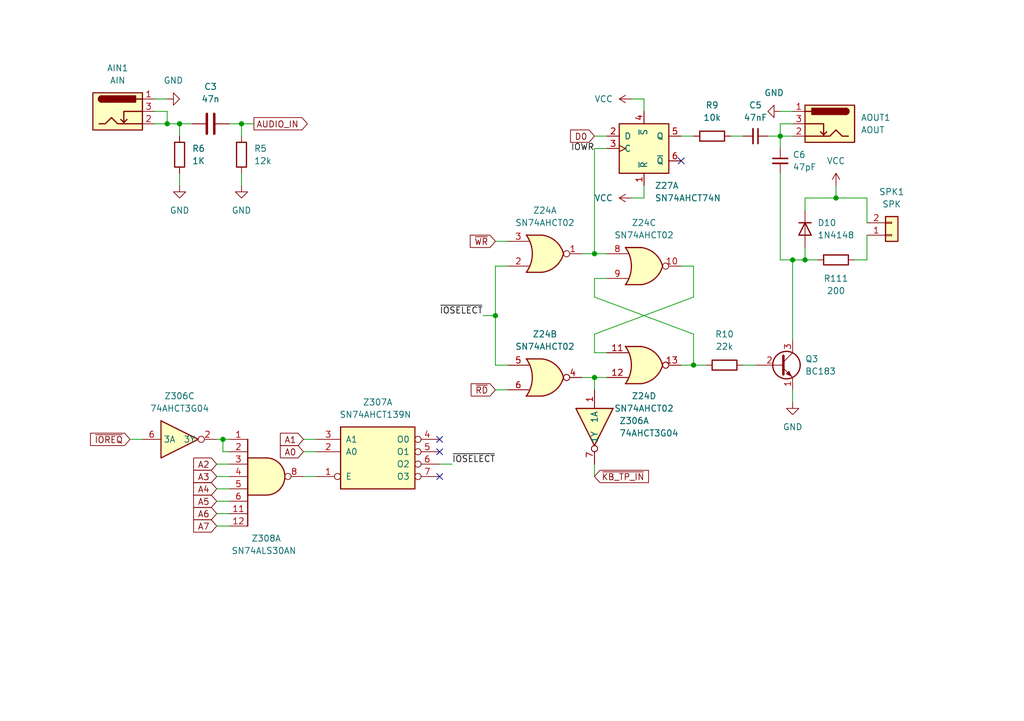
<source format=kicad_sch>
(kicad_sch (version 20231120) (generator "eeschema") (generator_version "8.0")
  (paper "A5")
  (title_block (title "JupiterAce Z80 plus KIO and new memory format.") (date "2020-05-12") (rev "${REVNUM}") (company "Ontobus") (comment 1 "John Bradley") (comment 2 "https://creativecommons.org/licenses/by-nc-sa/4.0/") (comment 3 "Attribution-NonCommercial-ShareAlike 4.0 International License.") (comment 4 "This work is licensed under a Creative Commons "))
  (lib_symbols
    (symbol "74xx-FIX:74LS30" (pin_names (offset 1.016))
      (property "Reference" "U" (at 0 1.27 0))
      (property "Value" "74LS30" (at 0 -1.27 0))
      (symbol "74LS30_1_0"
        (pin no_connect line (at 0 -5.08 0) (length 2.54) hide (name "") (number "10"))
        (pin no_connect line (at -1.27 -6.35 0) (length 2.54) hide (name "") (number "13"))
        (pin no_connect line (at 0 -6.35 0) (length 2.54) hide (name "") (number "9"))
      )
      (symbol "74LS30_1_1"
        (arc (start 0 -3.81) (mid 3.7934 0) (end 0 3.81) (stroke (width 0.254)) (fill (type background)))
        (polyline (pts (xy -3.81 7.62) (xy -3.81 -10.16)) (stroke (width 0.254)))
        (polyline (pts (xy 0 3.81) (xy -3.81 3.81) (xy -3.81 -3.81) (xy 0 -3.81)) (stroke (width 0.254)) (fill (type background)))
        (pin input line (at -7.62 7.62 0) (length 3.81) (name "~") (number "1"))
        (pin input line (at -7.62 -7.62 0) (length 3.81) (name "~") (number "11"))
        (pin input line (at -7.62 -10.16 0) (length 3.81) (name "~") (number "12"))
        (pin input line (at -7.62 5.08 0) (length 3.81) (name "~") (number "2"))
        (pin input line (at -7.62 2.54 0) (length 3.81) (name "~") (number "3"))
        (pin input line (at -7.62 0 0) (length 3.81) (name "~") (number "4"))
        (pin input line (at -7.62 -2.54 0) (length 3.81) (name "~") (number "5"))
        (pin input line (at -7.62 -5.08 0) (length 3.81) (name "~") (number "6"))
        (pin output inverted (at 7.62 0 180) (length 3.81) (name "~") (number "8"))
      )
      (symbol "74LS30_1_2"
        (arc (start -3.81 -3.81) (mid -2.589 0) (end -3.81 3.81) (stroke (width 0.254)))
        (arc (start -0.6096 -3.81) (mid 2.1855 -2.584) (end 3.81 0) (stroke (width 0.254)) (fill (type background)))
        (polyline (pts (xy -3.81 -3.81) (xy -3.81 -10.16)) (stroke (width 0.254)))
        (polyline (pts (xy -3.81 -3.81) (xy -0.635 -3.81)) (stroke (width 0.254)) (fill (type background)))
        (polyline (pts (xy -3.81 3.81) (xy -0.635 3.81)) (stroke (width 0.254)) (fill (type background)))
        (polyline (pts (xy -3.81 7.62) (xy -3.81 3.81)) (stroke (width 0.254)))
        (polyline (pts (xy -0.635 3.81) (xy -3.81 3.81) (xy -3.81 3.81) (xy -3.556 3.4036) (xy -3.0226 2.2606) (xy -2.6924 1.0414) (xy -2.6162 -0.254) (xy -2.7686 -1.4986) (xy -3.175 -2.7178) (xy -3.81 -3.81) (xy -3.81 -3.81) (xy -0.635 -3.81)) (stroke (width -25.4)) (fill (type background)))
        (arc (start 3.81 0) (mid 2.1928 2.5925) (end -0.6096 3.81) (stroke (width 0.254)) (fill (type background)))
        (pin input inverted (at -7.62 7.62 0) (length 3.81) (name "~") (number "1"))
        (pin input inverted (at -7.62 -7.62 0) (length 3.81) (name "~") (number "11"))
        (pin input inverted (at -7.62 -10.16 0) (length 3.81) (name "~") (number "12"))
        (pin input inverted (at -7.62 5.08 0) (length 3.81) (name "~") (number "2"))
        (pin input inverted (at -7.62 2.54 0) (length 4.5466) (name "~") (number "3"))
        (pin input inverted (at -7.62 0 0) (length 5.08) (name "~") (number "4"))
        (pin input inverted (at -7.62 -2.54 0) (length 4.5466) (name "~") (number "5"))
        (pin input inverted (at -7.62 -5.08 0) (length 3.81) (name "~") (number "6"))
        (pin output line (at 7.62 0 180) (length 3.81) (name "~") (number "8"))
      )
      (symbol "74LS30_2_0"
        (pin power_in line (at 0 12.7 270) (length 5.08) (name "VCC") (number "14"))
        (pin power_in line (at 0 -12.7 90) (length 5.08) (name "GND") (number "7"))
      )
      (symbol "74LS30_2_1"
        (rectangle (start -5.08 7.62) (end 5.08 -7.62) (stroke (width 0.254)) (fill (type background)))
      )
    )
    (symbol "74xx:74LS02" (pin_names (offset 1.016))
      (property "Reference" "U" (at 8.255 -3.81 0))
      (property "Value" "74LS02" (at 8.255 -6.985 0))
      (symbol "74LS02_1_1"
        (arc (start -3.81 -3.81) (mid -2.589 0) (end -3.81 3.81) (stroke (width 0.254)))
        (arc (start -0.6096 -3.81) (mid 2.1842 -2.5851) (end 3.81 0) (stroke (width 0.254)) (fill (type background)))
        (polyline (pts (xy -3.81 -3.81) (xy -0.635 -3.81)) (stroke (width 0.254)) (fill (type background)))
        (polyline (pts (xy -3.81 3.81) (xy -0.635 3.81)) (stroke (width 0.254)) (fill (type background)))
        (polyline (pts (xy -0.635 3.81) (xy -3.81 3.81) (xy -3.81 3.81) (xy -3.556 3.4036) (xy -3.0226 2.2606) (xy -2.6924 1.0414) (xy -2.6162 -0.254) (xy -2.7686 -1.4986) (xy -3.175 -2.7178) (xy -3.81 -3.81) (xy -3.81 -3.81) (xy -0.635 -3.81)) (stroke (width -25.4)) (fill (type background)))
        (arc (start 3.81 0) (mid 2.1915 2.5936) (end -0.6096 3.81) (stroke (width 0.254)) (fill (type background)))
        (pin output inverted (at 7.62 0 180) (length 3.81) (name "~") (number "1"))
        (pin input line (at -7.62 2.54 0) (length 4.318) (name "~") (number "2"))
        (pin input line (at -7.62 -2.54 0) (length 4.318) (name "~") (number "3"))
      )
      (symbol "74LS02_1_2"
        (arc (start 0 -3.81) (mid 3.7934 0) (end 0 3.81) (stroke (width 0.254)) (fill (type background)))
        (polyline (pts (xy 0 3.81) (xy -3.81 3.81) (xy -3.81 -3.81) (xy 0 -3.81)) (stroke (width 0.254)) (fill (type background)))
        (pin output line (at 7.62 0 180) (length 3.81) (name "~") (number "1"))
        (pin input inverted (at -7.62 2.54 0) (length 3.81) (name "~") (number "2"))
        (pin input inverted (at -7.62 -2.54 0) (length 3.81) (name "~") (number "3"))
      )
      (symbol "74LS02_2_1"
        (arc (start -3.81 -3.81) (mid -2.589 0) (end -3.81 3.81) (stroke (width 0.254)))
        (arc (start -0.6096 -3.81) (mid 2.1842 -2.5851) (end 3.81 0) (stroke (width 0.254)) (fill (type background)))
        (polyline (pts (xy -3.81 -3.81) (xy -0.635 -3.81)) (stroke (width 0.254)) (fill (type background)))
        (polyline (pts (xy -3.81 3.81) (xy -0.635 3.81)) (stroke (width 0.254)) (fill (type background)))
        (polyline (pts (xy -0.635 3.81) (xy -3.81 3.81) (xy -3.81 3.81) (xy -3.556 3.4036) (xy -3.0226 2.2606) (xy -2.6924 1.0414) (xy -2.6162 -0.254) (xy -2.7686 -1.4986) (xy -3.175 -2.7178) (xy -3.81 -3.81) (xy -3.81 -3.81) (xy -0.635 -3.81)) (stroke (width -25.4)) (fill (type background)))
        (arc (start 3.81 0) (mid 2.1915 2.5936) (end -0.6096 3.81) (stroke (width 0.254)) (fill (type background)))
        (pin output inverted (at 7.62 0 180) (length 3.81) (name "~") (number "4"))
        (pin input line (at -7.62 2.54 0) (length 4.318) (name "~") (number "5"))
        (pin input line (at -7.62 -2.54 0) (length 4.318) (name "~") (number "6"))
      )
      (symbol "74LS02_2_2"
        (arc (start 0 -3.81) (mid 3.7934 0) (end 0 3.81) (stroke (width 0.254)) (fill (type background)))
        (polyline (pts (xy 0 3.81) (xy -3.81 3.81) (xy -3.81 -3.81) (xy 0 -3.81)) (stroke (width 0.254)) (fill (type background)))
        (pin output line (at 7.62 0 180) (length 3.81) (name "~") (number "4"))
        (pin input inverted (at -7.62 2.54 0) (length 3.81) (name "~") (number "5"))
        (pin input inverted (at -7.62 -2.54 0) (length 3.81) (name "~") (number "6"))
      )
      (symbol "74LS02_3_1"
        (arc (start -3.81 -3.81) (mid -2.589 0) (end -3.81 3.81) (stroke (width 0.254)))
        (arc (start -0.6096 -3.81) (mid 2.1842 -2.5851) (end 3.81 0) (stroke (width 0.254)) (fill (type background)))
        (polyline (pts (xy -3.81 -3.81) (xy -0.635 -3.81)) (stroke (width 0.254)) (fill (type background)))
        (polyline (pts (xy -3.81 3.81) (xy -0.635 3.81)) (stroke (width 0.254)) (fill (type background)))
        (polyline (pts (xy -0.635 3.81) (xy -3.81 3.81) (xy -3.81 3.81) (xy -3.556 3.4036) (xy -3.0226 2.2606) (xy -2.6924 1.0414) (xy -2.6162 -0.254) (xy -2.7686 -1.4986) (xy -3.175 -2.7178) (xy -3.81 -3.81) (xy -3.81 -3.81) (xy -0.635 -3.81)) (stroke (width -25.4)) (fill (type background)))
        (arc (start 3.81 0) (mid 2.1915 2.5936) (end -0.6096 3.81) (stroke (width 0.254)) (fill (type background)))
        (pin output inverted (at 7.62 0 180) (length 3.81) (name "~") (number "10"))
        (pin input line (at -7.62 2.54 0) (length 4.318) (name "~") (number "8"))
        (pin input line (at -7.62 -2.54 0) (length 4.318) (name "~") (number "9"))
      )
      (symbol "74LS02_3_2"
        (arc (start 0 -3.81) (mid 3.7934 0) (end 0 3.81) (stroke (width 0.254)) (fill (type background)))
        (polyline (pts (xy 0 3.81) (xy -3.81 3.81) (xy -3.81 -3.81) (xy 0 -3.81)) (stroke (width 0.254)) (fill (type background)))
        (pin output line (at 7.62 0 180) (length 3.81) (name "~") (number "10"))
        (pin input inverted (at -7.62 2.54 0) (length 3.81) (name "~") (number "8"))
        (pin input inverted (at -7.62 -2.54 0) (length 3.81) (name "~") (number "9"))
      )
      (symbol "74LS02_4_1"
        (arc (start -3.81 -3.81) (mid -2.589 0) (end -3.81 3.81) (stroke (width 0.254)))
        (arc (start -0.6096 -3.81) (mid 2.1842 -2.5851) (end 3.81 0) (stroke (width 0.254)) (fill (type background)))
        (polyline (pts (xy -3.81 -3.81) (xy -0.635 -3.81)) (stroke (width 0.254)) (fill (type background)))
        (polyline (pts (xy -3.81 3.81) (xy -0.635 3.81)) (stroke (width 0.254)) (fill (type background)))
        (polyline (pts (xy -0.635 3.81) (xy -3.81 3.81) (xy -3.81 3.81) (xy -3.556 3.4036) (xy -3.0226 2.2606) (xy -2.6924 1.0414) (xy -2.6162 -0.254) (xy -2.7686 -1.4986) (xy -3.175 -2.7178) (xy -3.81 -3.81) (xy -3.81 -3.81) (xy -0.635 -3.81)) (stroke (width -25.4)) (fill (type background)))
        (arc (start 3.81 0) (mid 2.1915 2.5936) (end -0.6096 3.81) (stroke (width 0.254)) (fill (type background)))
        (pin input line (at -7.62 2.54 0) (length 4.318) (name "~") (number "11"))
        (pin input line (at -7.62 -2.54 0) (length 4.318) (name "~") (number "12"))
        (pin output inverted (at 7.62 0 180) (length 3.81) (name "~") (number "13"))
      )
      (symbol "74LS02_4_2"
        (arc (start 0 -3.81) (mid 3.7934 0) (end 0 3.81) (stroke (width 0.254)) (fill (type background)))
        (polyline (pts (xy 0 3.81) (xy -3.81 3.81) (xy -3.81 -3.81) (xy 0 -3.81)) (stroke (width 0.254)) (fill (type background)))
        (pin input inverted (at -7.62 2.54 0) (length 3.81) (name "~") (number "11"))
        (pin input inverted (at -7.62 -2.54 0) (length 3.81) (name "~") (number "12"))
        (pin output line (at 7.62 0 180) (length 3.81) (name "~") (number "13"))
      )
      (symbol "74LS02_5_0"
        (pin power_in line (at 0 12.7 270) (length 5.08) (name "VCC") (number "14"))
        (pin power_in line (at 0 -12.7 90) (length 5.08) (name "GND") (number "7"))
      )
      (symbol "74LS02_5_1"
        (rectangle (start -5.08 7.62) (end 5.08 -7.62) (stroke (width 0.254)) (fill (type background)))
      )
    )
    (symbol "74xx:74LS139" (pin_names (offset 1.016))
      (property "Reference" "U" (at -7.62 8.89 0))
      (property "Value" "74LS139" (at -7.62 -8.89 0))
      (symbol "74LS139_1_0"
        (pin input inverted (at -12.7 -5.08 0) (length 5.08) (name "E") (number "1"))
        (pin input line (at -12.7 0 0) (length 5.08) (name "A0") (number "2"))
        (pin input line (at -12.7 2.54 0) (length 5.08) (name "A1") (number "3"))
        (pin output inverted (at 12.7 2.54 180) (length 5.08) (name "O0") (number "4"))
        (pin output inverted (at 12.7 0 180) (length 5.08) (name "O1") (number "5"))
        (pin output inverted (at 12.7 -2.54 180) (length 5.08) (name "O2") (number "6"))
        (pin output inverted (at 12.7 -5.08 180) (length 5.08) (name "O3") (number "7"))
      )
      (symbol "74LS139_1_1"
        (rectangle (start -7.62 5.08) (end 7.62 -7.62) (stroke (width 0.254)) (fill (type background)))
      )
      (symbol "74LS139_2_0"
        (pin output inverted (at 12.7 -2.54 180) (length 5.08) (name "O2") (number "10"))
        (pin output inverted (at 12.7 0 180) (length 5.08) (name "O1") (number "11"))
        (pin output inverted (at 12.7 2.54 180) (length 5.08) (name "O0") (number "12"))
        (pin input line (at -12.7 2.54 0) (length 5.08) (name "A1") (number "13"))
        (pin input line (at -12.7 0 0) (length 5.08) (name "A0") (number "14"))
        (pin input inverted (at -12.7 -5.08 0) (length 5.08) (name "E") (number "15"))
        (pin output inverted (at 12.7 -5.08 180) (length 5.08) (name "O3") (number "9"))
      )
      (symbol "74LS139_2_1"
        (rectangle (start -7.62 5.08) (end 7.62 -7.62) (stroke (width 0.254)) (fill (type background)))
      )
      (symbol "74LS139_3_0"
        (pin power_in line (at 0 12.7 270) (length 5.08) (name "VCC") (number "16"))
        (pin power_in line (at 0 -12.7 90) (length 5.08) (name "GND") (number "8"))
      )
      (symbol "74LS139_3_1"
        (rectangle (start -5.08 7.62) (end 5.08 -7.62) (stroke (width 0.254)) (fill (type background)))
      )
    )
    (symbol "74xx:74LS74" (pin_names (offset 1.016))
      (property "Reference" "U" (at -7.62 8.89 0))
      (property "Value" "74LS74" (at -7.62 -8.89 0))
      (symbol "74LS74_1_0"
        (pin input line (at 0 -7.62 90) (length 2.54) (name "~{R}") (number "1"))
        (pin input line (at -7.62 2.54 0) (length 2.54) (name "D") (number "2"))
        (pin input clock (at -7.62 0 0) (length 2.54) (name "C") (number "3"))
        (pin input line (at 0 7.62 270) (length 2.54) (name "~{S}") (number "4"))
        (pin output line (at 7.62 2.54 180) (length 2.54) (name "Q") (number "5"))
        (pin output line (at 7.62 -2.54 180) (length 2.54) (name "~{Q}") (number "6"))
      )
      (symbol "74LS74_1_1"
        (rectangle (start -5.08 5.08) (end 5.08 -5.08) (stroke (width 0.254)) (fill (type background)))
      )
      (symbol "74LS74_2_0"
        (pin input line (at 0 7.62 270) (length 2.54) (name "~{S}") (number "10"))
        (pin input clock (at -7.62 0 0) (length 2.54) (name "C") (number "11"))
        (pin input line (at -7.62 2.54 0) (length 2.54) (name "D") (number "12"))
        (pin input line (at 0 -7.62 90) (length 2.54) (name "~{R}") (number "13"))
        (pin output line (at 7.62 -2.54 180) (length 2.54) (name "~{Q}") (number "8"))
        (pin output line (at 7.62 2.54 180) (length 2.54) (name "Q") (number "9"))
      )
      (symbol "74LS74_2_1"
        (rectangle (start -5.08 5.08) (end 5.08 -5.08) (stroke (width 0.254)) (fill (type background)))
      )
      (symbol "74LS74_3_0"
        (pin power_in line (at 0 10.16 270) (length 2.54) (name "VCC") (number "14"))
        (pin power_in line (at 0 -10.16 90) (length 2.54) (name "GND") (number "7"))
      )
      (symbol "74LS74_3_1"
        (rectangle (start -5.08 7.62) (end 5.08 -7.62) (stroke (width 0.254)) (fill (type background)))
      )
    )
    (symbol "Connector:Barrel_Jack_Switch" (pin_names hide)
      (property "Reference" "J" (at 0 5.334 0))
      (property "Value" "Barrel_Jack_Switch" (at 0 -5.08 0))
      (symbol "Barrel_Jack_Switch_0_1"
        (rectangle (start -5.08 3.81) (end 5.08 -3.81) (stroke (width 0.254)) (fill (type background)))
        (arc (start -3.302 3.175) (mid -3.9343 2.54) (end -3.302 1.905) (stroke (width 0.254)))
        (arc (start -3.302 3.175) (mid -3.9343 2.54) (end -3.302 1.905) (stroke (width 0.254)) (fill (type outline)))
        (polyline (pts (xy 1.27 -2.286) (xy 1.905 -1.651)) (stroke (width 0.254)))
        (polyline (pts (xy 5.08 2.54) (xy 3.81 2.54)) (stroke (width 0.254)))
        (polyline (pts (xy 5.08 0) (xy 1.27 0) (xy 1.27 -2.286) (xy 0.635 -1.651)) (stroke (width 0.254)))
        (polyline (pts (xy -3.81 -2.54) (xy -2.54 -2.54) (xy -1.27 -1.27) (xy 0 -2.54) (xy 2.54 -2.54) (xy 5.08 -2.54)) (stroke (width 0.254)))
        (rectangle (start 3.683 3.175) (end -3.302 1.905) (stroke (width 0.254)) (fill (type outline)))
      )
      (symbol "Barrel_Jack_Switch_1_1"
        (pin passive line (at 7.62 2.54 180) (length 2.54) (name "~") (number "1"))
        (pin passive line (at 7.62 -2.54 180) (length 2.54) (name "~") (number "2"))
        (pin passive line (at 7.62 0 180) (length 2.54) (name "~") (number "3"))
      )
    )
    (symbol "Connector_Generic:Conn_01x02" (pin_names (offset 1.016) hide)
      (property "Reference" "J" (at 0 2.54 0))
      (property "Value" "Conn_01x02" (at 0 -5.08 0))
      (symbol "Conn_01x02_1_1"
        (rectangle (start -1.27 -2.413) (end 0 -2.667) (stroke (width 0.1524)))
        (rectangle (start -1.27 0.127) (end 0 -0.127) (stroke (width 0.1524)))
        (rectangle (start -1.27 1.27) (end 1.27 -3.81) (stroke (width 0.254)) (fill (type background)))
        (pin passive line (at -5.08 0 0) (length 3.81) (name "Pin_1") (number "1"))
        (pin passive line (at -5.08 -2.54 0) (length 3.81) (name "Pin_2") (number "2"))
      )
    )
    (symbol "Device:C" (pin_numbers hide) (pin_names (offset 0.254))
      (property "Reference" "C" (at 0.635 2.54 0))
      (property "Value" "C" (at 0.635 -2.54 0))
      (symbol "C_0_1"
        (polyline (pts (xy -2.032 -0.762) (xy 2.032 -0.762)) (stroke (width 0.508)))
        (polyline (pts (xy -2.032 0.762) (xy 2.032 0.762)) (stroke (width 0.508)))
      )
      (symbol "C_1_1"
        (pin passive line (at 0 3.81 270) (length 2.794) (name "~") (number "1"))
        (pin passive line (at 0 -3.81 90) (length 2.794) (name "~") (number "2"))
      )
    )
    (symbol "Device:C_Small" (pin_numbers hide) (pin_names (offset 0.254) hide)
      (property "Reference" "C" (at 0.254 1.778 0))
      (property "Value" "C_Small" (at 0.254 -2.032 0))
      (symbol "C_Small_0_1"
        (polyline (pts (xy -1.524 -0.508) (xy 1.524 -0.508)) (stroke (width 0.3302)))
        (polyline (pts (xy -1.524 0.508) (xy 1.524 0.508)) (stroke (width 0.3048)))
      )
      (symbol "C_Small_1_1"
        (pin passive line (at 0 2.54 270) (length 2.032) (name "~") (number "1"))
        (pin passive line (at 0 -2.54 90) (length 2.032) (name "~") (number "2"))
      )
    )
    (symbol "Device:Q_NPN_EBC" (pin_names (offset 0) hide)
      (property "Reference" "Q" (at 5.08 1.27 0))
      (property "Value" "Q_NPN_EBC" (at 5.08 -1.27 0))
      (symbol "Q_NPN_EBC_0_1"
        (polyline (pts (xy 0.635 0.635) (xy 2.54 2.54)))
        (polyline (pts (xy 0.635 -0.635) (xy 2.54 -2.54) (xy 2.54 -2.54)))
        (polyline (pts (xy 0.635 1.905) (xy 0.635 -1.905) (xy 0.635 -1.905)) (stroke (width 0.508)))
        (polyline (pts (xy 1.27 -1.778) (xy 1.778 -1.27) (xy 2.286 -2.286) (xy 1.27 -1.778) (xy 1.27 -1.778)) (fill (type outline)))
        (circle (center 1.27 0) (radius 2.8194) (stroke (width 0.254)))
      )
      (symbol "Q_NPN_EBC_1_1"
        (pin passive line (at 2.54 -5.08 90) (length 2.54) (name "E") (number "1"))
        (pin passive line (at -5.08 0 0) (length 5.715) (name "B") (number "2"))
        (pin passive line (at 2.54 5.08 270) (length 2.54) (name "C") (number "3"))
      )
    )
    (symbol "Device:R" (pin_numbers hide) (pin_names (offset 0))
      (property "Reference" "R" (at 2.032 0 90))
      (property "Value" "R" (at 0 0 90))
      (symbol "R_0_1"
        (rectangle (start -1.016 -2.54) (end 1.016 2.54) (stroke (width 0.254)))
      )
      (symbol "R_1_1"
        (pin passive line (at 0 3.81 270) (length 1.27) (name "~") (number "1"))
        (pin passive line (at 0 -3.81 90) (length 1.27) (name "~") (number "2"))
      )
    )
    (symbol "Diode:1N4148" (pin_numbers hide) (pin_names hide)
      (property "Reference" "D" (at 0 2.54 0))
      (property "Value" "1N4148" (at 0 -2.54 0))
      (symbol "1N4148_0_1"
        (polyline (pts (xy -1.27 1.27) (xy -1.27 -1.27)) (stroke (width 0.254)))
        (polyline (pts (xy 1.27 0) (xy -1.27 0)))
        (polyline (pts (xy 1.27 1.27) (xy 1.27 -1.27) (xy -1.27 0) (xy 1.27 1.27)) (stroke (width 0.254)))
      )
      (symbol "1N4148_1_1"
        (pin passive line (at -3.81 0 0) (length 2.54) (name "K") (number "1"))
        (pin passive line (at 3.81 0 180) (length 2.54) (name "A") (number "2"))
      )
    )
    (symbol "ExtraSymbols:74AHCT3G04"
      (property "Reference" "U" (at -2.286 10.414 0))
      (property "Value" "74AHCT3G04" (at -2.286 7.874 0))
      (symbol "74AHCT3G04_1_0"
        (polyline (pts (xy -3.81 3.81) (xy -3.81 -3.81) (xy 3.81 0) (xy -3.81 3.81)) (stroke (width 0.254)) (fill (type background)))
        (pin input line (at -7.62 0 0) (length 3.81) (name "1A") (number "1"))
      )
      (symbol "74AHCT3G04_1_1"
        (pin output inverted (at 7.62 0 180) (length 3.81) (name "1Y") (number "7"))
      )
      (symbol "74AHCT3G04_2_0"
        (polyline (pts (xy -3.81 3.81) (xy -3.81 -3.81) (xy 3.81 0) (xy -3.81 3.81)) (stroke (width 0.254)) (fill (type background)))
        (pin input line (at -7.62 0 0) (length 3.81) (name "2A") (number "3"))
      )
      (symbol "74AHCT3G04_2_1"
        (pin output inverted (at 7.62 0 180) (length 3.81) (name "2Y") (number "5"))
      )
      (symbol "74AHCT3G04_3_0"
        (polyline (pts (xy -3.81 3.81) (xy -3.81 -3.81) (xy 3.81 0) (xy -3.81 3.81)) (stroke (width 0.254)) (fill (type background)))
        (pin input line (at -7.62 0 0) (length 3.81) (name "3A") (number "6"))
      )
      (symbol "74AHCT3G04_3_1"
        (pin output inverted (at 7.62 0 180) (length 3.81) (name "3Y") (number "2"))
      )
      (symbol "74AHCT3G04_4_1"
        (rectangle (start 0 0) (end 10.16 -15.24) (stroke (width 0.254)) (fill (type background)))
        (pin power_in non_logic (at 5.08 -19.05 90) (length 3.81) (name "GND") (number "4"))
        (pin power_in non_logic (at 5.08 3.81 270) (length 3.81) (name "VCC") (number "8"))
      )
    )
    (symbol "power:GND" (power) (pin_names (offset 0))
      (property "Value" "GND" (at 0 -3.81 0))
      (symbol "GND_0_1"
        (polyline (pts (xy 0 0) (xy 0 -1.27) (xy 1.27 -1.27) (xy 0 -2.54) (xy -1.27 -1.27) (xy 0 -1.27)))
      )
      (symbol "GND_1_1"
        (pin power_in line (at 0 0 270) (length 0) hide (name "GND") (number "1"))
      )
    )
    (symbol "power:VCC" (power) (pin_names (offset 0))
      (property "Value" "VCC" (at 0 3.81 0))
      (symbol "VCC_0_1"
        (polyline (pts (xy -0.762 1.27) (xy 0 2.54)))
        (polyline (pts (xy 0 0) (xy 0 2.54)))
        (polyline (pts (xy 0 2.54) (xy 0.762 1.27)))
      )
      (symbol "VCC_1_1"
        (pin power_in line (at 0 0 90) (length 0) hide (name "VCC") (number "1"))
      )
    )
  )
  (junction (at 101.6 64.77))
  (junction (at 160.02 27.94))
  (junction (at 162.56 53.34))
  (junction (at 121.92 77.47))
  (junction (at 171.45 40.64))
  (junction (at 49.53 25.4))
  (junction (at 45.72 90.17))
  (junction (at 142.24 74.93))
  (junction (at 34.29 25.4))
  (junction (at 36.83 25.4))
  (junction (at 121.92 52.07))
  (junction (at 165.1 53.34))
  (no_connect (at 90.17 97.79))
  (no_connect (at 139.7 33.02))
  (no_connect (at 90.17 92.71))
  (no_connect (at 90.17 90.17))
  (wire (pts (xy 160.02 27.94) (xy 162.56 27.94)))
  (wire (pts (xy 142.24 54.61) (xy 142.24 60.96)))
  (wire (pts (xy 121.92 77.47) (xy 124.46 77.47)))
  (wire (pts (xy 165.1 40.64) (xy 165.1 43.18)))
  (wire (pts (xy 101.6 74.93) (xy 104.14 74.93)))
  (wire (pts (xy 160.02 25.4) (xy 160.02 27.94)))
  (wire (pts (xy 162.56 82.55) (xy 162.56 80.01)))
  (wire (pts (xy 139.7 74.93) (xy 142.24 74.93)))
  (wire (pts (xy 162.56 53.34) (xy 162.56 69.85)))
  (wire (pts (xy 139.7 27.94) (xy 142.24 27.94)))
  (wire (pts (xy 121.92 68.58) (xy 121.92 72.39)))
  (wire (pts (xy 165.1 40.64) (xy 171.45 40.64)))
  (wire (pts (xy 160.02 53.34) (xy 160.02 35.56)))
  (wire (pts (xy 46.99 25.4) (xy 49.53 25.4)))
  (wire (pts (xy 129.54 40.64) (xy 132.08 40.64)))
  (wire (pts (xy 119.38 77.47) (xy 121.92 77.47)))
  (wire (pts (xy 157.48 27.94) (xy 160.02 27.94)))
  (wire (pts (xy 177.8 40.64) (xy 171.45 40.64)))
  (wire (pts (xy 104.14 49.53) (xy 101.6 49.53)))
  (wire (pts (xy 160.02 25.4) (xy 162.56 25.4)))
  (wire (pts (xy 124.46 52.07) (xy 121.92 52.07)))
  (wire (pts (xy 45.72 92.71) (xy 46.99 92.71)))
  (wire (pts (xy 46.99 102.87) (xy 44.45 102.87)))
  (wire (pts (xy 149.86 27.94) (xy 152.4 27.94)))
  (wire (pts (xy 46.99 100.33) (xy 44.45 100.33)))
  (wire (pts (xy 139.7 54.61) (xy 142.24 54.61)))
  (wire (pts (xy 45.72 90.17) (xy 45.72 92.71)))
  (wire (pts (xy 177.8 45.72) (xy 177.8 40.64)))
  (wire (pts (xy 160.02 22.86) (xy 162.56 22.86)))
  (wire (pts (xy 31.75 22.86) (xy 34.29 22.86)))
  (wire (pts (xy 121.92 60.96) (xy 142.24 68.58)))
  (wire (pts (xy 121.92 27.94) (xy 124.46 27.94)))
  (wire (pts (xy 46.99 107.95) (xy 44.45 107.95)))
  (wire (pts (xy 49.53 35.56) (xy 49.53 38.1)))
  (wire (pts (xy 34.29 22.86) (xy 34.29 25.4)))
  (wire (pts (xy 121.92 30.48) (xy 124.46 30.48)))
  (wire (pts (xy 101.6 54.61) (xy 101.6 64.77)))
  (wire (pts (xy 121.92 60.96) (xy 121.92 57.15)))
  (wire (pts (xy 142.24 74.93) (xy 144.78 74.93)))
  (wire (pts (xy 36.83 25.4) (xy 36.83 27.94)))
  (wire (pts (xy 129.54 20.32) (xy 132.08 20.32)))
  (wire (pts (xy 171.45 40.64) (xy 171.45 38.1)))
  (wire (pts (xy 121.92 30.48) (xy 121.92 52.07)))
  (wire (pts (xy 49.53 25.4) (xy 49.53 27.94)))
  (wire (pts (xy 49.53 25.4) (xy 52.07 25.4)))
  (wire (pts (xy 177.8 48.26) (xy 177.8 53.34)))
  (wire (pts (xy 142.24 60.96) (xy 121.92 68.58)))
  (wire (pts (xy 36.83 25.4) (xy 39.37 25.4)))
  (wire (pts (xy 121.92 57.15) (xy 124.46 57.15)))
  (wire (pts (xy 132.08 38.1) (xy 132.08 40.64)))
  (wire (pts (xy 31.75 25.4) (xy 34.29 25.4)))
  (wire (pts (xy 46.99 90.17) (xy 45.72 90.17)))
  (wire (pts (xy 165.1 53.34) (xy 165.1 50.8)))
  (wire (pts (xy 64.77 90.17) (xy 62.23 90.17)))
  (wire (pts (xy 101.6 54.61) (xy 104.14 54.61)))
  (wire (pts (xy 45.72 90.17) (xy 44.45 90.17)))
  (wire (pts (xy 29.21 90.17) (xy 26.67 90.17)))
  (wire (pts (xy 167.64 53.34) (xy 165.1 53.34)))
  (wire (pts (xy 46.99 97.79) (xy 44.45 97.79)))
  (wire (pts (xy 46.99 105.41) (xy 44.45 105.41)))
  (wire (pts (xy 104.14 80.01) (xy 101.6 80.01)))
  (wire (pts (xy 36.83 35.56) (xy 36.83 38.1)))
  (wire (pts (xy 34.29 20.32) (xy 31.75 20.32)))
  (wire (pts (xy 121.92 97.79) (xy 121.92 95.25)))
  (wire (pts (xy 119.38 52.07) (xy 121.92 52.07)))
  (wire (pts (xy 101.6 74.93) (xy 101.6 64.77)))
  (wire (pts (xy 64.77 97.79) (xy 62.23 97.79)))
  (wire (pts (xy 160.02 27.94) (xy 160.02 30.48)))
  (wire (pts (xy 90.17 95.25) (xy 92.71 95.25)))
  (wire (pts (xy 152.4 74.93) (xy 154.94 74.93)))
  (wire (pts (xy 99.06 64.77) (xy 101.6 64.77)))
  (wire (pts (xy 121.92 77.47) (xy 121.92 80.01)))
  (wire (pts (xy 132.08 22.86) (xy 132.08 20.32)))
  (wire (pts (xy 46.99 95.25) (xy 44.45 95.25)))
  (wire (pts (xy 64.77 92.71) (xy 62.23 92.71)))
  (wire (pts (xy 34.29 25.4) (xy 36.83 25.4)))
  (wire (pts (xy 177.8 53.34) (xy 175.26 53.34)))
  (wire (pts (xy 162.56 53.34) (xy 160.02 53.34)))
  (wire (pts (xy 142.24 74.93) (xy 142.24 68.58)))
  (wire (pts (xy 121.92 72.39) (xy 124.46 72.39)))
  (wire (pts (xy 162.56 53.34) (xy 165.1 53.34)))
  (label "~{IOSELECT}" (at 92.71 95.25 0))
  (label "~{IOSELECT}" (at 99.06 64.77 180))
  (label "IOWR" (at 121.92 30.48 180))
  (global_label "A6" (shape input) (at 44.45 105.41 180) (property "Intersheetrefs" "${INTERSHEET_REFS}" (at 39.8209 105.41 0) (effects (justify right))))
  (global_label "A2" (shape input) (at 44.45 95.25 180) (property "Intersheetrefs" "${INTERSHEET_REFS}" (at 39.8209 95.25 0) (effects (justify right))))
  (global_label "~{WR}" (shape input) (at 101.6 49.53 180) (property "Intersheetrefs" "${INTERSHEET_REFS}" (at 96.5476 49.53 0) (effects (justify right))))
  (global_label "~{KB_TP_IN}" (shape input) (at 121.92 97.79 0) (property "Intersheetrefs" "${INTERSHEET_REFS}" (at 132.8991 97.79 0) (effects (justify left))))
  (global_label "~{IOREQ}" (shape input) (at 26.67 90.17 180) (property "Intersheetrefs" "${INTERSHEET_REFS}" (at 18.6542 90.17 0) (effects (justify right))))
  (global_label "A3" (shape input) (at 44.45 97.79 180) (property "Intersheetrefs" "${INTERSHEET_REFS}" (at 39.8209 97.79 0) (effects (justify right))))
  (global_label "A0" (shape input) (at 62.23 92.71 180) (property "Intersheetrefs" "${INTERSHEET_REFS}" (at 57.6009 92.71 0) (effects (justify right))))
  (global_label "D0" (shape input) (at 121.92 27.94 180) (property "Intersheetrefs" "${INTERSHEET_REFS}" (at 117.1095 27.94 0) (effects (justify right))))
  (global_label "A5" (shape input) (at 44.45 102.87 180) (property "Intersheetrefs" "${INTERSHEET_REFS}" (at 39.8209 102.87 0) (effects (justify right))))
  (global_label "A4" (shape input) (at 44.45 100.33 180) (property "Intersheetrefs" "${INTERSHEET_REFS}" (at 39.8209 100.33 0) (effects (justify right))))
  (global_label "AUDIO_IN" (shape output) (at 52.07 25.4 0) (property "Intersheetrefs" "${INTERSHEET_REFS}" (at 62.9283 25.4 0) (effects (justify left))))
  (global_label "A7" (shape input) (at 44.45 107.95 180) (property "Intersheetrefs" "${INTERSHEET_REFS}" (at 39.8209 107.95 0) (effects (justify right))))
  (global_label "A1" (shape input) (at 62.23 90.17 180) (property "Intersheetrefs" "${INTERSHEET_REFS}" (at 57.6009 90.17 0) (effects (justify right))))
  (global_label "~{RD}" (shape input) (at 101.6 80.01 180) (property "Intersheetrefs" "${INTERSHEET_REFS}" (at 96.729 80.01 0) (effects (justify right))))
  (symbol (lib_id "Device:Q_NPN_EBC") (at 160.02 74.93 0) (unit 1)
    (property "Reference" "Q3" (at 165.1 73.6599 0) (effects (justify left)))
    (property "Value" "BC183" (at 165.1 76.1999 0) (effects (justify left)))
    (property "Footprint" "Package_TO_SOT_THT:TO-92_Inline_Wide" (effects (hide yes)))
  )
  (symbol (lib_id "Connector_Generic:Conn_01x02") (at 182.88 48.26 0) (mirror x) (unit 1)
    (property "Reference" "SPK1" (at 182.88 39.37 0) (effects (font (size 1.2954 1.2954))))
    (property "Value" "SPK" (at 182.88 41.91 0))
    (property "Footprint" "Connector_PinHeader_2.54mm:PinHeader_1x02_P2.54mm_Vertical" (effects (hide yes)))
  )
  (symbol (lib_id "Diode:1N4148") (at 165.1 46.99 270) (unit 1)
    (property "Reference" "D10" (at 167.64 45.7199 90) (effects (justify left)))
    (property "Value" "1N4148" (at 167.64 48.2599 90) (effects (justify left)))
    (property "Footprint" "Diode_THT:D_DO-35_SOD27_P2.54mm_Vertical_AnodeUp" (effects (hide yes)))
    (property "Datasheet" "https://assets.nexperia.com/documents/data-sheet/1N4148_1N4448.pdf" (effects (hide yes)))
  )
  (symbol (lib_id "Device:C_Small") (at 160.02 33.02 0) (unit 1)
    (property "Reference" "C6" (at 162.56 31.7562 0) (effects (justify left)))
    (property "Value" "47pF" (at 162.56 34.2962 0) (effects (justify left)))
    (property "Footprint" "Capacitor_THT:C_Disc_D5.0mm_W2.5mm_P2.50mm" (effects (hide yes)))
  )
  (symbol (lib_id "Device:R") (at 171.45 53.34 90) (unit 1)
    (property "Reference" "R111" (at 171.45 57.15 90))
    (property "Value" "200" (at 171.45 59.69 90))
    (property "Footprint" "Resistor_THT:R_Axial_DIN0204_L3.6mm_D1.6mm_P1.90mm_Vertical" (effects (hide yes)))
  )
  (symbol (lib_id "Device:C_Small") (at 154.94 27.94 270) (unit 1)
    (property "Reference" "C5" (at 154.9336 21.59 90))
    (property "Value" "47nF" (at 154.9336 24.13 90))
    (property "Footprint" "Capacitor_THT:C_Disc_D5.0mm_W2.5mm_P2.50mm" (effects (hide yes)))
    (property "Height" "4" (effects (hide yes)))
  )
  (symbol (lib_id "74xx:74LS02") (at 111.76 52.07 0) (mirror x) (unit 1)
    (property "Reference" "Z24" (at 111.76 43.18 0))
    (property "Value" "SN74AHCT02" (at 111.76 45.72 0))
    (property "Footprint" "Package_DIP:DIP-14_W7.62mm" (effects (hide yes)))
    (property "Datasheet" "http://www.ti.com/lit/gpn/sn74ls02" (effects (hide yes)))
  )
  (symbol (lib_id "74xx:74LS02") (at 111.76 77.47 0) (unit 2)
    (property "Reference" "Z24" (at 111.76 68.58 0))
    (property "Value" "SN74AHCT02" (at 111.76 71.12 0))
    (property "Footprint" "Package_DIP:DIP-14_W7.62mm" (effects (hide yes)))
    (property "Datasheet" "http://www.ti.com/lit/gpn/sn74ls02" (effects (hide yes)))
  )
  (symbol (lib_id "74xx:74LS02") (at 132.08 54.61 0) (unit 3)
    (property "Reference" "Z24" (at 132.08 45.72 0))
    (property "Value" "SN74AHCT02" (at 132.08 48.26 0))
    (property "Footprint" "Package_DIP:DIP-14_W7.62mm" (effects (hide yes)))
    (property "Datasheet" "http://www.ti.com/lit/gpn/sn74ls02" (effects (hide yes)))
  )
  (symbol (lib_id "74xx:74LS02") (at 132.08 74.93 0) (unit 4)
    (property "Reference" "Z24" (at 132.08 81.28 0))
    (property "Value" "SN74AHCT02" (at 132.08 83.82 0))
    (property "Footprint" "Package_DIP:DIP-14_W7.62mm" (effects (hide yes)))
    (property "Datasheet" "http://www.ti.com/lit/gpn/sn74ls02" (effects (hide yes)))
  )
  (symbol (lib_id "74xx:74LS74") (at 132.08 30.48 0) (unit 1)
    (property "Reference" "Z27" (at 134.2741 38.1 0) (effects (justify left)))
    (property "Value" "SN74AHCT74N" (at 134.2741 40.64 0) (effects (justify left)))
    (property "Footprint" "Package_DIP:DIP-14_W7.62mm" (effects (hide yes)))
    (property "Datasheet" "74xx/74hc_hct74.pdf" (effects (hide yes)))
  )
  (symbol (lib_id "power:GND") (at 162.56 82.55 0) (unit 1)
    (property "Reference" "#0108" (effects (hide yes)))
    (property "Value" "GND" (at 162.56 87.63 0))
  )
  (symbol (lib_id "power:VCC") (at 171.45 38.1 0) (unit 1)
    (property "Reference" "#0109" (effects (hide yes)))
    (property "Value" "VCC" (at 171.45 33.02 0))
  )
  (symbol (lib_id "power:GND") (at 160.02 22.86 270) (unit 1)
    (property "Reference" "#0110" (effects (hide yes)))
    (property "Value" "GND" (at 158.75 19.05 90))
  )
  (symbol (lib_id "power:VCC") (at 129.54 20.32 90) (unit 1)
    (property "Reference" "#0112" (effects (hide yes)))
    (property "Value" "VCC" (at 125.73 20.3199 90) (effects (justify left)))
  )
  (symbol (lib_id "power:VCC") (at 129.54 40.64 90) (unit 1)
    (property "Reference" "#0113" (effects (hide yes)))
    (property "Value" "VCC" (at 125.73 40.6399 90) (effects (justify left)))
  )
  (symbol (lib_id "Device:R") (at 146.05 27.94 90) (unit 1)
    (property "Reference" "R9" (at 146.05 21.59 90))
    (property "Value" "10k" (at 146.05 24.13 90))
    (property "Footprint" "Resistor_THT:R_Axial_DIN0204_L3.6mm_D1.6mm_P1.90mm_Vertical" (effects (hide yes)))
  )
  (symbol (lib_id "Device:R") (at 148.59 74.93 270) (unit 1)
    (property "Reference" "R10" (at 148.59 68.58 90))
    (property "Value" "22k" (at 148.59 71.12 90))
    (property "Footprint" "Resistor_THT:R_Axial_DIN0204_L3.6mm_D1.6mm_P1.90mm_Vertical" (effects (hide yes)))
  )
  (symbol (lib_id "Device:C") (at 43.18 25.4 90) (unit 1)
    (property "Reference" "C3" (at 43.18 17.78 90))
    (property "Value" "47n" (at 43.18 20.32 90))
    (property "Footprint" "Capacitor_THT:C_Disc_D5.0mm_W2.5mm_P2.50mm" (effects (hide yes)))
    (property "Height" "4" (effects (hide yes)))
  )
  (symbol (lib_id "ExtraSymbols:74AHCT3G04") (at 121.92 87.63 270) (unit 1)
    (property "Reference" "Z306" (at 127 86.3599 90) (effects (justify left)))
    (property "Value" "74AHCT3G04" (at 127 88.8999 90) (effects (justify left)))
    (property "Footprint" "Package_SO:TSSOP-8_3x3mm_P0.65mm" (effects (hide yes)))
    (property "Datasheet" "https://www.mouser.co.uk/datasheet/2/916/74AHC_AHCT3G04-1318786.pdf" (effects (hide yes)))
    (property "Description" "Hex Inverter" (effects (hide yes)))
  )
  (symbol (lib_id "Connector:Barrel_Jack_Switch") (at 170.18 25.4 0) (mirror y) (unit 1)
    (property "Reference" "AOUT1" (at 176.53 24.1299 0) (effects (justify right)))
    (property "Value" "AOUT" (at 176.53 26.6699 0) (effects (justify right)))
    (property "Footprint" "ExtraFootprints:SJ13523NG" (effects (hide yes)))
  )
  (symbol (lib_id "ExtraSymbols:74AHCT3G04") (at 36.83 90.17 0) (unit 3)
    (property "Reference" "Z306" (at 36.83 81.28 0))
    (property "Value" "74AHCT3G04" (at 36.83 83.82 0))
    (property "Footprint" "Package_SO:TSSOP-8_3x3mm_P0.65mm" (effects (hide yes)))
    (property "Datasheet" "https://www.mouser.co.uk/datasheet/2/916/74AHC_AHCT3G04-1318786.pdf" (effects (hide yes)))
    (property "Description" "Hex Inverter" (effects (hide yes)))
  )
  (symbol (lib_id "Device:R") (at 36.83 31.75 180) (unit 1)
    (property "Reference" "R6" (at 39.37 30.4799 0) (effects (justify right)))
    (property "Value" "1K" (at 39.37 33.0199 0) (effects (justify right)))
    (property "Footprint" "Resistor_THT:R_Axial_DIN0204_L3.6mm_D1.6mm_P1.90mm_Vertical" (effects (hide yes)))
  )
  (symbol (lib_id "Connector:Barrel_Jack_Switch") (at 24.13 22.86 0) (unit 1)
    (property "Reference" "AIN1" (at 24.13 13.97 0))
    (property "Value" "AIN" (at 24.13 16.51 0))
    (property "Footprint" "ExtraFootprints:SJ13523NG" (effects (hide yes)))
  )
  (symbol (lib_id "74xx-FIX:74LS30") (at 54.61 97.79 0) (unit 1)
    (property "Reference" "Z308" (at 54.6017 110.49 0))
    (property "Value" "SN74ALS30AN " (at 54.6017 113.03 0))
    (property "Footprint" "Package_DIP:DIP-14_W7.62mm" (effects (hide yes)))
    (property "Datasheet" "http://www.ti.com/lit/gpn/sn74LS30" (effects (hide yes)))
  )
  (symbol (lib_id "74xx:74LS139") (at 77.47 92.71 0) (unit 1)
    (property "Reference" "Z307" (at 77.47 82.55 0))
    (property "Value" "SN74AHCT139N " (at 77.47 85.09 0))
    (property "Footprint" "Package_DIP:DIP-16_W7.62mm" (effects (hide yes)))
    (property "Datasheet" "http://www.ti.com/lit/ds/symlink/sn74ls139a.pdf" (effects (hide yes)))
  )
  (symbol (lib_id "power:GND") (at 36.83 38.1 0) (unit 1)
    (property "Reference" "#~PWR0151" (effects (hide yes)))
    (property "Value" "GND" (at 36.83 43.18 0))
  )
  (symbol (lib_id "power:GND") (at 34.29 20.32 90) (unit 1)
    (property "Reference" "#~PWR0135" (effects (hide yes)))
    (property "Value" "GND" (at 35.56 16.51 90))
  )
  (symbol (lib_id "Device:R") (at 49.53 31.75 180) (unit 1)
    (property "Reference" "R5" (at 52.07 30.4799 0) (effects (justify right)))
    (property "Value" "12k" (at 52.07 33.0199 0) (effects (justify right)))
    (property "Footprint" "Resistor_THT:R_Axial_DIN0204_L3.6mm_D1.6mm_P1.90mm_Vertical" (effects (hide yes)))
  )
  (symbol (lib_id "power:GND") (at 49.53 38.1 0) (unit 1)
    (property "Reference" "#~PWR0152" (effects (hide yes)))
    (property "Value" "GND" (at 49.53 43.18 0))
  )
)
</source>
